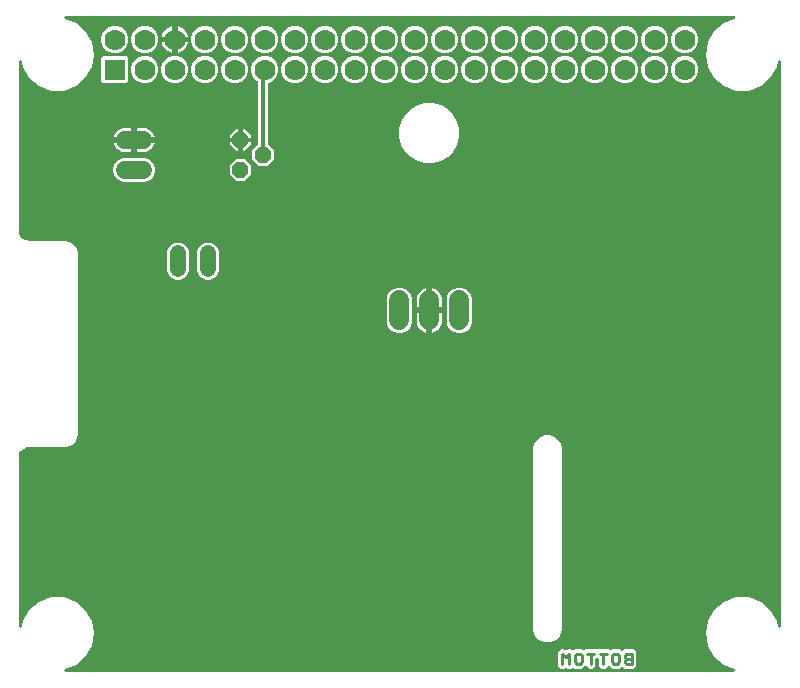
<source format=gbr>
G04 EAGLE Gerber RS-274X export*
G75*
%MOMM*%
%FSLAX34Y34*%
%LPD*%
%INBottom Copper*%
%IPPOS*%
%AMOC8*
5,1,8,0,0,1.08239X$1,22.5*%
G01*
%ADD10C,0.254000*%
%ADD11R,1.778000X1.778000*%
%ADD12C,1.778000*%
%ADD13C,1.508000*%
%ADD14P,1.429621X8X292.500000*%
%ADD15C,1.320800*%
%ADD16C,1.676400*%
%ADD17C,0.812800*%
%ADD18C,0.304800*%

G36*
X607873Y2553D02*
X607873Y2553D01*
X607970Y2556D01*
X608030Y2573D01*
X608092Y2581D01*
X608182Y2616D01*
X608276Y2643D01*
X608330Y2675D01*
X608387Y2698D01*
X608466Y2755D01*
X608550Y2804D01*
X608594Y2848D01*
X608645Y2884D01*
X608707Y2959D01*
X608776Y3028D01*
X608808Y3082D01*
X608848Y3129D01*
X608889Y3217D01*
X608939Y3301D01*
X608957Y3361D01*
X608983Y3417D01*
X609001Y3513D01*
X609029Y3606D01*
X609031Y3668D01*
X609043Y3729D01*
X609037Y3827D01*
X609040Y3924D01*
X609027Y3985D01*
X609023Y4047D01*
X608993Y4139D01*
X608972Y4235D01*
X608944Y4290D01*
X608925Y4349D01*
X608873Y4432D01*
X608829Y4519D01*
X608788Y4565D01*
X608755Y4618D01*
X608684Y4685D01*
X608620Y4758D01*
X608569Y4793D01*
X608523Y4836D01*
X608438Y4883D01*
X608358Y4938D01*
X608262Y4980D01*
X608245Y4990D01*
X608234Y4992D01*
X608210Y5003D01*
X599509Y8170D01*
X591267Y15086D01*
X585887Y24404D01*
X584019Y35000D01*
X585887Y45596D01*
X591267Y54914D01*
X599509Y61830D01*
X609620Y65510D01*
X620380Y65510D01*
X630491Y61830D01*
X638733Y54914D01*
X644113Y45596D01*
X644940Y40904D01*
X644954Y40858D01*
X644961Y40809D01*
X645001Y40706D01*
X645034Y40600D01*
X645060Y40559D01*
X645078Y40513D01*
X645143Y40424D01*
X645201Y40330D01*
X645236Y40296D01*
X645264Y40256D01*
X645350Y40185D01*
X645429Y40109D01*
X645472Y40084D01*
X645509Y40053D01*
X645609Y40006D01*
X645706Y39951D01*
X645753Y39939D01*
X645797Y39918D01*
X645906Y39897D01*
X646013Y39868D01*
X646062Y39867D01*
X646110Y39858D01*
X646220Y39865D01*
X646331Y39863D01*
X646378Y39875D01*
X646427Y39878D01*
X646532Y39912D01*
X646640Y39938D01*
X646683Y39961D01*
X646729Y39976D01*
X646823Y40035D01*
X646921Y40087D01*
X646957Y40120D01*
X646998Y40146D01*
X647074Y40227D01*
X647156Y40301D01*
X647183Y40342D01*
X647216Y40378D01*
X647269Y40474D01*
X647330Y40567D01*
X647346Y40613D01*
X647370Y40656D01*
X647397Y40763D01*
X647433Y40868D01*
X647437Y40917D01*
X647449Y40964D01*
X647459Y41125D01*
X647459Y518875D01*
X647453Y518924D01*
X647456Y518973D01*
X647433Y519081D01*
X647419Y519191D01*
X647401Y519236D01*
X647392Y519284D01*
X647343Y519384D01*
X647302Y519487D01*
X647274Y519526D01*
X647252Y519570D01*
X647181Y519654D01*
X647116Y519744D01*
X647078Y519775D01*
X647046Y519812D01*
X646956Y519876D01*
X646871Y519947D01*
X646826Y519968D01*
X646786Y519996D01*
X646683Y520035D01*
X646583Y520082D01*
X646535Y520091D01*
X646489Y520109D01*
X646379Y520121D01*
X646271Y520142D01*
X646222Y520139D01*
X646173Y520144D01*
X646064Y520129D01*
X645953Y520122D01*
X645907Y520107D01*
X645858Y520100D01*
X645756Y520058D01*
X645651Y520024D01*
X645609Y519998D01*
X645564Y519980D01*
X645476Y519913D01*
X645382Y519854D01*
X645348Y519818D01*
X645309Y519789D01*
X645240Y519703D01*
X645164Y519622D01*
X645140Y519580D01*
X645110Y519542D01*
X645064Y519441D01*
X645010Y519344D01*
X644998Y519297D01*
X644978Y519252D01*
X644940Y519096D01*
X644113Y514404D01*
X638733Y505086D01*
X630491Y498170D01*
X620380Y494490D01*
X609620Y494490D01*
X599509Y498170D01*
X591267Y505086D01*
X585887Y514404D01*
X584019Y525000D01*
X585887Y535596D01*
X591267Y544914D01*
X599509Y551830D01*
X608210Y554997D01*
X608297Y555042D01*
X608387Y555078D01*
X608438Y555114D01*
X608493Y555143D01*
X608566Y555207D01*
X608645Y555264D01*
X608685Y555312D01*
X608731Y555354D01*
X608785Y555434D01*
X608848Y555509D01*
X608874Y555566D01*
X608909Y555617D01*
X608942Y555709D01*
X608983Y555797D01*
X608995Y555858D01*
X609016Y555917D01*
X609025Y556014D01*
X609043Y556110D01*
X609039Y556172D01*
X609045Y556234D01*
X609029Y556330D01*
X609023Y556427D01*
X609004Y556486D01*
X608994Y556548D01*
X608955Y556637D01*
X608925Y556729D01*
X608892Y556782D01*
X608867Y556839D01*
X608807Y556916D01*
X608755Y556998D01*
X608710Y557041D01*
X608671Y557090D01*
X608594Y557149D01*
X608523Y557216D01*
X608469Y557246D01*
X608420Y557284D01*
X608330Y557323D01*
X608245Y557370D01*
X608185Y557385D01*
X608127Y557410D01*
X608031Y557425D01*
X607937Y557449D01*
X607833Y557456D01*
X607813Y557459D01*
X607802Y557458D01*
X607776Y557459D01*
X42224Y557459D01*
X42127Y557447D01*
X42030Y557444D01*
X41970Y557427D01*
X41908Y557419D01*
X41818Y557384D01*
X41724Y557357D01*
X41670Y557325D01*
X41613Y557302D01*
X41534Y557245D01*
X41450Y557196D01*
X41406Y557152D01*
X41355Y557116D01*
X41293Y557041D01*
X41224Y556972D01*
X41192Y556918D01*
X41152Y556871D01*
X41111Y556783D01*
X41061Y556699D01*
X41043Y556639D01*
X41017Y556583D01*
X40999Y556487D01*
X40971Y556394D01*
X40969Y556332D01*
X40957Y556271D01*
X40963Y556173D01*
X40960Y556076D01*
X40973Y556015D01*
X40977Y555953D01*
X41007Y555861D01*
X41028Y555765D01*
X41056Y555710D01*
X41075Y555651D01*
X41127Y555568D01*
X41171Y555481D01*
X41212Y555435D01*
X41245Y555382D01*
X41316Y555315D01*
X41380Y555242D01*
X41431Y555207D01*
X41477Y555164D01*
X41562Y555117D01*
X41642Y555062D01*
X41738Y555020D01*
X41755Y555010D01*
X41766Y555008D01*
X41790Y554997D01*
X50491Y551830D01*
X58733Y544914D01*
X64113Y535596D01*
X65981Y525000D01*
X64113Y514404D01*
X58733Y505086D01*
X50491Y498170D01*
X40380Y494490D01*
X29620Y494490D01*
X19509Y498170D01*
X11267Y505086D01*
X5887Y514404D01*
X5060Y519096D01*
X5046Y519142D01*
X5039Y519191D01*
X4999Y519294D01*
X4966Y519399D01*
X4940Y519441D01*
X4922Y519486D01*
X4857Y519576D01*
X4799Y519670D01*
X4764Y519704D01*
X4736Y519744D01*
X4650Y519815D01*
X4571Y519891D01*
X4528Y519915D01*
X4491Y519947D01*
X4390Y519994D01*
X4294Y520049D01*
X4247Y520061D01*
X4203Y520082D01*
X4094Y520103D01*
X3987Y520132D01*
X3938Y520133D01*
X3890Y520142D01*
X3780Y520135D01*
X3669Y520137D01*
X3622Y520125D01*
X3573Y520122D01*
X3468Y520088D01*
X3360Y520062D01*
X3317Y520039D01*
X3271Y520024D01*
X3177Y519965D01*
X3079Y519913D01*
X3043Y519880D01*
X3002Y519854D01*
X2926Y519773D01*
X2844Y519699D01*
X2817Y519658D01*
X2784Y519622D01*
X2731Y519526D01*
X2670Y519433D01*
X2654Y519387D01*
X2630Y519344D01*
X2603Y519237D01*
X2567Y519132D01*
X2563Y519083D01*
X2551Y519036D01*
X2541Y518875D01*
X2541Y375000D01*
X2543Y374980D01*
X2547Y374875D01*
X2666Y373668D01*
X2689Y373564D01*
X2704Y373459D01*
X2732Y373379D01*
X2736Y373358D01*
X2744Y373344D01*
X2756Y373307D01*
X3681Y371075D01*
X3685Y371067D01*
X3688Y371058D01*
X3764Y370928D01*
X3838Y370799D01*
X3845Y370792D01*
X3849Y370784D01*
X3956Y370664D01*
X5663Y368956D01*
X5671Y368950D01*
X5677Y368943D01*
X5796Y368853D01*
X5915Y368761D01*
X5923Y368757D01*
X5931Y368751D01*
X6075Y368681D01*
X8307Y367756D01*
X8409Y367728D01*
X8509Y367692D01*
X8592Y367678D01*
X8613Y367672D01*
X8629Y367672D01*
X8668Y367666D01*
X9876Y367547D01*
X9895Y367547D01*
X10000Y367541D01*
X42495Y367541D01*
X47104Y365632D01*
X50632Y362104D01*
X52541Y357495D01*
X52541Y202505D01*
X50632Y197896D01*
X47104Y194368D01*
X42495Y192459D01*
X10000Y192459D01*
X9980Y192457D01*
X9876Y192453D01*
X8668Y192334D01*
X8564Y192311D01*
X8459Y192296D01*
X8379Y192268D01*
X8358Y192264D01*
X8344Y192256D01*
X8307Y192244D01*
X6075Y191319D01*
X6067Y191315D01*
X6058Y191312D01*
X5928Y191236D01*
X5799Y191162D01*
X5792Y191155D01*
X5784Y191151D01*
X5664Y191044D01*
X3956Y189336D01*
X3950Y189329D01*
X3943Y189323D01*
X3853Y189204D01*
X3761Y189085D01*
X3757Y189077D01*
X3751Y189069D01*
X3681Y188925D01*
X2756Y186693D01*
X2728Y186591D01*
X2692Y186491D01*
X2678Y186408D01*
X2672Y186387D01*
X2672Y186371D01*
X2666Y186332D01*
X2547Y185124D01*
X2547Y185105D01*
X2541Y185000D01*
X2541Y41125D01*
X2547Y41076D01*
X2544Y41027D01*
X2567Y40919D01*
X2581Y40809D01*
X2599Y40764D01*
X2608Y40716D01*
X2657Y40616D01*
X2698Y40514D01*
X2726Y40474D01*
X2748Y40430D01*
X2819Y40346D01*
X2884Y40256D01*
X2922Y40225D01*
X2954Y40188D01*
X3044Y40124D01*
X3129Y40053D01*
X3174Y40033D01*
X3214Y40004D01*
X3317Y39965D01*
X3417Y39918D01*
X3465Y39909D01*
X3511Y39891D01*
X3621Y39879D01*
X3729Y39858D01*
X3778Y39861D01*
X3827Y39856D01*
X3936Y39871D01*
X4047Y39878D01*
X4093Y39893D01*
X4142Y39900D01*
X4244Y39942D01*
X4349Y39976D01*
X4391Y40002D01*
X4436Y40021D01*
X4524Y40087D01*
X4618Y40146D01*
X4652Y40182D01*
X4691Y40211D01*
X4760Y40297D01*
X4836Y40378D01*
X4860Y40420D01*
X4890Y40458D01*
X4936Y40559D01*
X4990Y40656D01*
X5002Y40703D01*
X5022Y40748D01*
X5060Y40904D01*
X5887Y45596D01*
X11267Y54914D01*
X19509Y61830D01*
X29620Y65510D01*
X40380Y65510D01*
X50491Y61830D01*
X58733Y54914D01*
X64113Y45596D01*
X65981Y35000D01*
X64113Y24404D01*
X58733Y15086D01*
X50491Y8170D01*
X41790Y5003D01*
X41703Y4958D01*
X41613Y4922D01*
X41562Y4886D01*
X41507Y4857D01*
X41434Y4793D01*
X41355Y4736D01*
X41316Y4688D01*
X41269Y4646D01*
X41215Y4566D01*
X41152Y4491D01*
X41126Y4434D01*
X41091Y4383D01*
X41058Y4291D01*
X41017Y4203D01*
X41005Y4142D01*
X40984Y4083D01*
X40975Y3986D01*
X40957Y3890D01*
X40961Y3828D01*
X40955Y3766D01*
X40971Y3670D01*
X40977Y3573D01*
X40996Y3514D01*
X41006Y3452D01*
X41045Y3363D01*
X41075Y3271D01*
X41108Y3218D01*
X41133Y3161D01*
X41193Y3084D01*
X41245Y3002D01*
X41290Y2959D01*
X41329Y2910D01*
X41406Y2851D01*
X41477Y2784D01*
X41531Y2754D01*
X41580Y2716D01*
X41670Y2677D01*
X41755Y2630D01*
X41815Y2615D01*
X41873Y2590D01*
X41969Y2575D01*
X42063Y2551D01*
X42167Y2544D01*
X42187Y2541D01*
X42198Y2542D01*
X42224Y2541D01*
X607776Y2541D01*
X607873Y2553D01*
G37*
%LPC*%
G36*
X447505Y27459D02*
X447505Y27459D01*
X442896Y29368D01*
X439368Y32896D01*
X437459Y37505D01*
X437459Y192495D01*
X439368Y197104D01*
X442896Y200632D01*
X447505Y202541D01*
X452495Y202541D01*
X457104Y200632D01*
X460632Y197104D01*
X462541Y192495D01*
X462541Y37505D01*
X460632Y32896D01*
X457104Y29368D01*
X452495Y27459D01*
X447505Y27459D01*
G37*
%LPD*%
%LPC*%
G36*
X346656Y432859D02*
X346656Y432859D01*
X340196Y434590D01*
X334404Y437934D01*
X329674Y442664D01*
X326330Y448456D01*
X324599Y454916D01*
X324599Y461604D01*
X326330Y468064D01*
X329674Y473856D01*
X334404Y478586D01*
X340196Y481930D01*
X346656Y483661D01*
X353344Y483661D01*
X359804Y481930D01*
X365596Y478586D01*
X370326Y473856D01*
X373670Y468064D01*
X375401Y461604D01*
X375401Y454916D01*
X373670Y448456D01*
X370326Y442664D01*
X365596Y437934D01*
X359804Y434590D01*
X353344Y432859D01*
X346656Y432859D01*
G37*
%LPD*%
%LPC*%
G36*
X205262Y430855D02*
X205262Y430855D01*
X199905Y436212D01*
X199905Y443788D01*
X204614Y448496D01*
X204674Y448574D01*
X204742Y448646D01*
X204771Y448699D01*
X204808Y448747D01*
X204848Y448838D01*
X204896Y448925D01*
X204911Y448984D01*
X204935Y449039D01*
X204950Y449137D01*
X204975Y449233D01*
X204981Y449333D01*
X204985Y449353D01*
X204983Y449366D01*
X204985Y449394D01*
X204985Y501447D01*
X204982Y501476D01*
X204984Y501505D01*
X204962Y501633D01*
X204945Y501762D01*
X204935Y501790D01*
X204929Y501819D01*
X204876Y501937D01*
X204828Y502058D01*
X204811Y502082D01*
X204799Y502109D01*
X204718Y502210D01*
X204642Y502315D01*
X204619Y502334D01*
X204600Y502357D01*
X204497Y502435D01*
X204397Y502518D01*
X204370Y502531D01*
X204346Y502548D01*
X204228Y502606D01*
X201009Y505825D01*
X199269Y510026D01*
X199269Y514574D01*
X201009Y518775D01*
X204225Y521991D01*
X208426Y523731D01*
X212974Y523731D01*
X217175Y521991D01*
X220391Y518775D01*
X222131Y514574D01*
X222131Y510026D01*
X220391Y505825D01*
X217175Y502609D01*
X213898Y501252D01*
X213873Y501238D01*
X213845Y501229D01*
X213812Y501208D01*
X213790Y501199D01*
X213734Y501159D01*
X213622Y501095D01*
X213601Y501074D01*
X213576Y501058D01*
X213487Y500964D01*
X213394Y500873D01*
X213378Y500848D01*
X213358Y500827D01*
X213295Y500713D01*
X213227Y500602D01*
X213219Y500574D01*
X213204Y500548D01*
X213172Y500422D01*
X213134Y500298D01*
X213132Y500269D01*
X213125Y500240D01*
X213115Y500080D01*
X213115Y449394D01*
X213127Y449295D01*
X213130Y449196D01*
X213147Y449138D01*
X213155Y449078D01*
X213191Y448986D01*
X213219Y448891D01*
X213249Y448839D01*
X213272Y448782D01*
X213330Y448702D01*
X213380Y448617D01*
X213446Y448542D01*
X213458Y448525D01*
X213468Y448517D01*
X213486Y448496D01*
X218195Y443788D01*
X218195Y436212D01*
X212838Y430855D01*
X205262Y430855D01*
G37*
%LPD*%
%LPC*%
G36*
X514065Y6205D02*
X514065Y6205D01*
X514065Y6206D01*
X513873Y6398D01*
X513779Y6471D01*
X513690Y6549D01*
X513654Y6568D01*
X513622Y6593D01*
X513513Y6640D01*
X513407Y6694D01*
X513367Y6703D01*
X513330Y6719D01*
X513213Y6738D01*
X513096Y6764D01*
X513056Y6762D01*
X513016Y6769D01*
X512898Y6758D01*
X512778Y6754D01*
X512740Y6743D01*
X512699Y6739D01*
X512587Y6699D01*
X512473Y6666D01*
X512438Y6645D01*
X512400Y6631D01*
X512302Y6565D01*
X512199Y6504D01*
X512154Y6464D01*
X512137Y6453D01*
X512123Y6438D01*
X512078Y6398D01*
X510775Y5094D01*
X506252Y5094D01*
X504652Y5094D01*
X503559Y6187D01*
X503558Y6188D01*
X503540Y6206D01*
X502607Y7139D01*
X502513Y7212D01*
X502424Y7291D01*
X502388Y7309D01*
X502356Y7334D01*
X502247Y7381D01*
X502141Y7435D01*
X502101Y7444D01*
X502064Y7460D01*
X501946Y7479D01*
X501830Y7505D01*
X501790Y7504D01*
X501750Y7510D01*
X501631Y7499D01*
X501512Y7495D01*
X501474Y7484D01*
X501433Y7480D01*
X501321Y7440D01*
X501207Y7407D01*
X501172Y7387D01*
X501134Y7373D01*
X501035Y7306D01*
X500933Y7246D01*
X500888Y7206D01*
X500871Y7194D01*
X500857Y7179D01*
X500812Y7139D01*
X498767Y5094D01*
X495610Y5094D01*
X493378Y7327D01*
X493378Y12733D01*
X493366Y12831D01*
X493363Y12930D01*
X493346Y12988D01*
X493338Y13048D01*
X493302Y13140D01*
X493274Y13235D01*
X493243Y13287D01*
X493221Y13344D01*
X493163Y13424D01*
X493113Y13509D01*
X493046Y13584D01*
X493034Y13601D01*
X493025Y13609D01*
X493006Y13630D01*
X492824Y13812D01*
X492730Y13885D01*
X492641Y13964D01*
X492605Y13982D01*
X492573Y14007D01*
X492463Y14055D01*
X492357Y14109D01*
X492318Y14118D01*
X492281Y14134D01*
X492163Y14152D01*
X492047Y14178D01*
X492007Y14177D01*
X491967Y14183D01*
X491849Y14172D01*
X491729Y14169D01*
X491690Y14157D01*
X491650Y14154D01*
X491538Y14113D01*
X491424Y14080D01*
X491389Y14060D01*
X491351Y14046D01*
X491252Y13979D01*
X491150Y13919D01*
X491105Y13879D01*
X491088Y13868D01*
X491074Y13852D01*
X491029Y13812D01*
X490847Y13630D01*
X490786Y13552D01*
X490718Y13480D01*
X490689Y13427D01*
X490652Y13379D01*
X490612Y13288D01*
X490565Y13201D01*
X490549Y13143D01*
X490525Y13087D01*
X490510Y12989D01*
X490485Y12893D01*
X490479Y12793D01*
X490476Y12773D01*
X490477Y12761D01*
X490475Y12733D01*
X490475Y7327D01*
X488243Y5094D01*
X485086Y5094D01*
X483041Y7139D01*
X482947Y7212D01*
X482858Y7291D01*
X482822Y7309D01*
X482790Y7334D01*
X482680Y7381D01*
X482574Y7436D01*
X482535Y7444D01*
X482498Y7460D01*
X482380Y7479D01*
X482264Y7505D01*
X482224Y7504D01*
X482184Y7510D01*
X482065Y7499D01*
X481946Y7496D01*
X481907Y7484D01*
X481867Y7480D01*
X481755Y7440D01*
X481641Y7407D01*
X481606Y7387D01*
X481568Y7373D01*
X481469Y7306D01*
X481367Y7246D01*
X481321Y7206D01*
X481305Y7194D01*
X481291Y7179D01*
X481246Y7139D01*
X479201Y5094D01*
X474678Y5094D01*
X473078Y5094D01*
X472516Y5656D01*
X472422Y5729D01*
X472333Y5808D01*
X472297Y5826D01*
X472265Y5851D01*
X472156Y5898D01*
X472050Y5953D01*
X472010Y5961D01*
X471973Y5978D01*
X471855Y5996D01*
X471739Y6022D01*
X471699Y6021D01*
X471659Y6027D01*
X471540Y6016D01*
X471422Y6013D01*
X471383Y6001D01*
X471342Y5998D01*
X471230Y5957D01*
X471116Y5924D01*
X471081Y5904D01*
X471043Y5890D01*
X470945Y5823D01*
X470842Y5763D01*
X470797Y5723D01*
X470780Y5711D01*
X470767Y5696D01*
X470721Y5656D01*
X470159Y5094D01*
X467002Y5094D01*
X466512Y5584D01*
X466418Y5657D01*
X466329Y5736D01*
X466293Y5754D01*
X466261Y5779D01*
X466152Y5826D01*
X466046Y5881D01*
X466007Y5889D01*
X465969Y5905D01*
X465851Y5924D01*
X465736Y5950D01*
X465695Y5949D01*
X465655Y5955D01*
X465537Y5944D01*
X465418Y5941D01*
X465379Y5929D01*
X465339Y5926D01*
X465227Y5885D01*
X465112Y5852D01*
X465077Y5832D01*
X465039Y5818D01*
X464941Y5751D01*
X464838Y5691D01*
X464793Y5651D01*
X464776Y5639D01*
X464763Y5624D01*
X464717Y5584D01*
X464228Y5094D01*
X461071Y5094D01*
X458838Y7327D01*
X458838Y19381D01*
X461071Y21613D01*
X464228Y21613D01*
X464717Y21123D01*
X464812Y21050D01*
X464901Y20972D01*
X464937Y20953D01*
X464969Y20928D01*
X465078Y20881D01*
X465184Y20827D01*
X465223Y20818D01*
X465261Y20802D01*
X465378Y20783D01*
X465494Y20757D01*
X465535Y20759D01*
X465575Y20752D01*
X465693Y20763D01*
X465812Y20767D01*
X465851Y20778D01*
X465891Y20782D01*
X466003Y20822D01*
X466118Y20855D01*
X466153Y20876D01*
X466191Y20890D01*
X466289Y20957D01*
X466392Y21017D01*
X466437Y21057D01*
X466454Y21068D01*
X466467Y21084D01*
X466512Y21123D01*
X467002Y21613D01*
X470159Y21613D01*
X470721Y21051D01*
X470815Y20978D01*
X470905Y20900D01*
X470941Y20881D01*
X470973Y20856D01*
X471082Y20809D01*
X471188Y20755D01*
X471227Y20746D01*
X471264Y20730D01*
X471382Y20711D01*
X471498Y20685D01*
X471538Y20687D01*
X471578Y20680D01*
X471697Y20691D01*
X471816Y20695D01*
X471855Y20706D01*
X471895Y20710D01*
X472007Y20750D01*
X472121Y20783D01*
X472156Y20804D01*
X472194Y20818D01*
X472293Y20884D01*
X472395Y20945D01*
X472441Y20985D01*
X472457Y20996D01*
X472471Y21012D01*
X472516Y21051D01*
X473078Y21613D01*
X475518Y21613D01*
X475519Y21613D01*
X477644Y21613D01*
X479201Y21613D01*
X479763Y21051D01*
X479857Y20979D01*
X479946Y20900D01*
X479982Y20881D01*
X480014Y20856D01*
X480123Y20809D01*
X480229Y20755D01*
X480269Y20746D01*
X480306Y20730D01*
X480424Y20711D01*
X480540Y20685D01*
X480580Y20687D01*
X480620Y20680D01*
X480739Y20691D01*
X480858Y20695D01*
X480896Y20706D01*
X480937Y20710D01*
X481049Y20750D01*
X481163Y20783D01*
X481198Y20804D01*
X481236Y20818D01*
X481334Y20885D01*
X481437Y20945D01*
X481482Y20985D01*
X481499Y20996D01*
X481513Y21012D01*
X481558Y21051D01*
X482120Y21613D01*
X491260Y21613D01*
X491280Y21598D01*
X491390Y21551D01*
X491496Y21496D01*
X491535Y21488D01*
X491572Y21472D01*
X491690Y21453D01*
X491806Y21427D01*
X491846Y21428D01*
X491886Y21422D01*
X492005Y21433D01*
X492124Y21437D01*
X492163Y21448D01*
X492203Y21452D01*
X492315Y21492D01*
X492429Y21525D01*
X492464Y21545D01*
X492502Y21559D01*
X492582Y21613D01*
X501733Y21613D01*
X502295Y21051D01*
X502389Y20978D01*
X502478Y20900D01*
X502514Y20881D01*
X502546Y20856D01*
X502656Y20809D01*
X502762Y20755D01*
X502801Y20746D01*
X502838Y20730D01*
X502956Y20711D01*
X503072Y20685D01*
X503112Y20687D01*
X503152Y20680D01*
X503271Y20691D01*
X503390Y20695D01*
X503429Y20706D01*
X503469Y20710D01*
X503581Y20750D01*
X503695Y20783D01*
X503730Y20804D01*
X503768Y20818D01*
X503867Y20884D01*
X503969Y20945D01*
X504014Y20985D01*
X504031Y20996D01*
X504045Y21012D01*
X504090Y21051D01*
X504652Y21613D01*
X507092Y21613D01*
X509218Y21613D01*
X510775Y21613D01*
X511911Y20477D01*
X512078Y20310D01*
X512172Y20237D01*
X512262Y20158D01*
X512298Y20140D01*
X512329Y20115D01*
X512439Y20068D01*
X512545Y20014D01*
X512584Y20005D01*
X512621Y19989D01*
X512739Y19970D01*
X512855Y19944D01*
X512895Y19945D01*
X512935Y19939D01*
X513054Y19950D01*
X513173Y19954D01*
X513212Y19965D01*
X513252Y19969D01*
X513364Y20009D01*
X513478Y20042D01*
X513513Y20063D01*
X513551Y20076D01*
X513650Y20143D01*
X513752Y20204D01*
X513798Y20243D01*
X513814Y20255D01*
X513828Y20270D01*
X513873Y20310D01*
X514065Y20502D01*
X515177Y21613D01*
X522782Y21613D01*
X525015Y19381D01*
X525015Y7327D01*
X522782Y5094D01*
X516733Y5094D01*
X515177Y5094D01*
X514065Y6205D01*
G37*
%LPD*%
%LPC*%
G36*
X373227Y289095D02*
X373227Y289095D01*
X369213Y290758D01*
X366140Y293831D01*
X364477Y297845D01*
X364477Y318955D01*
X366140Y322969D01*
X369213Y326042D01*
X373227Y327705D01*
X377573Y327705D01*
X381587Y326042D01*
X384660Y322969D01*
X386323Y318955D01*
X386323Y297845D01*
X384660Y293831D01*
X381587Y290758D01*
X377573Y289095D01*
X373227Y289095D01*
G37*
%LPD*%
%LPC*%
G36*
X322427Y289095D02*
X322427Y289095D01*
X318413Y290758D01*
X315340Y293831D01*
X313677Y297845D01*
X313677Y318955D01*
X315340Y322969D01*
X318413Y326042D01*
X322427Y327705D01*
X326773Y327705D01*
X330787Y326042D01*
X333860Y322969D01*
X335523Y318955D01*
X335523Y297845D01*
X333860Y293831D01*
X330787Y290758D01*
X326773Y289095D01*
X322427Y289095D01*
G37*
%LPD*%
%LPC*%
G36*
X90455Y417219D02*
X90455Y417219D01*
X86750Y418754D01*
X83914Y421590D01*
X82379Y425295D01*
X82379Y429305D01*
X83914Y433010D01*
X86750Y435846D01*
X90455Y437381D01*
X109545Y437381D01*
X113250Y435846D01*
X116086Y433010D01*
X117621Y429305D01*
X117621Y425295D01*
X116086Y421590D01*
X113250Y418754D01*
X109545Y417219D01*
X90455Y417219D01*
G37*
%LPD*%
%LPC*%
G36*
X73758Y500869D02*
X73758Y500869D01*
X72269Y502358D01*
X72269Y522242D01*
X73758Y523731D01*
X93642Y523731D01*
X95131Y522242D01*
X95131Y502358D01*
X93642Y500869D01*
X73758Y500869D01*
G37*
%LPD*%
%LPC*%
G36*
X160881Y334251D02*
X160881Y334251D01*
X157520Y335643D01*
X154947Y338216D01*
X153555Y341577D01*
X153555Y358423D01*
X154947Y361784D01*
X157520Y364357D01*
X160881Y365749D01*
X164519Y365749D01*
X167880Y364357D01*
X170453Y361784D01*
X171845Y358423D01*
X171845Y341577D01*
X170453Y338216D01*
X167880Y335643D01*
X164519Y334251D01*
X160881Y334251D01*
G37*
%LPD*%
%LPC*%
G36*
X135481Y334251D02*
X135481Y334251D01*
X132120Y335643D01*
X129547Y338216D01*
X128155Y341577D01*
X128155Y358423D01*
X129547Y361784D01*
X132120Y364357D01*
X135481Y365749D01*
X139119Y365749D01*
X142480Y364357D01*
X145053Y361784D01*
X146445Y358423D01*
X146445Y341577D01*
X145053Y338216D01*
X142480Y335643D01*
X139119Y334251D01*
X135481Y334251D01*
G37*
%LPD*%
%LPC*%
G36*
X310026Y526269D02*
X310026Y526269D01*
X305825Y528009D01*
X302609Y531225D01*
X300869Y535426D01*
X300869Y539974D01*
X302609Y544175D01*
X305825Y547391D01*
X310026Y549131D01*
X314574Y549131D01*
X318775Y547391D01*
X321991Y544175D01*
X323731Y539974D01*
X323731Y535426D01*
X321991Y531225D01*
X318775Y528009D01*
X314574Y526269D01*
X310026Y526269D01*
G37*
%LPD*%
%LPC*%
G36*
X284626Y526269D02*
X284626Y526269D01*
X280425Y528009D01*
X277209Y531225D01*
X275469Y535426D01*
X275469Y539974D01*
X277209Y544175D01*
X280425Y547391D01*
X284626Y549131D01*
X289174Y549131D01*
X293375Y547391D01*
X296591Y544175D01*
X298331Y539974D01*
X298331Y535426D01*
X296591Y531225D01*
X293375Y528009D01*
X289174Y526269D01*
X284626Y526269D01*
G37*
%LPD*%
%LPC*%
G36*
X233826Y526269D02*
X233826Y526269D01*
X229625Y528009D01*
X226409Y531225D01*
X224669Y535426D01*
X224669Y539974D01*
X226409Y544175D01*
X229625Y547391D01*
X233826Y549131D01*
X238374Y549131D01*
X242575Y547391D01*
X245791Y544175D01*
X247531Y539974D01*
X247531Y535426D01*
X245791Y531225D01*
X242575Y528009D01*
X238374Y526269D01*
X233826Y526269D01*
G37*
%LPD*%
%LPC*%
G36*
X208426Y526269D02*
X208426Y526269D01*
X204225Y528009D01*
X201009Y531225D01*
X199269Y535426D01*
X199269Y539974D01*
X201009Y544175D01*
X204225Y547391D01*
X208426Y549131D01*
X212974Y549131D01*
X217175Y547391D01*
X220391Y544175D01*
X222131Y539974D01*
X222131Y535426D01*
X220391Y531225D01*
X217175Y528009D01*
X212974Y526269D01*
X208426Y526269D01*
G37*
%LPD*%
%LPC*%
G36*
X183026Y526269D02*
X183026Y526269D01*
X178825Y528009D01*
X175609Y531225D01*
X173869Y535426D01*
X173869Y539974D01*
X175609Y544175D01*
X178825Y547391D01*
X183026Y549131D01*
X187574Y549131D01*
X191775Y547391D01*
X194991Y544175D01*
X196731Y539974D01*
X196731Y535426D01*
X194991Y531225D01*
X191775Y528009D01*
X187574Y526269D01*
X183026Y526269D01*
G37*
%LPD*%
%LPC*%
G36*
X157626Y526269D02*
X157626Y526269D01*
X153425Y528009D01*
X150209Y531225D01*
X148469Y535426D01*
X148469Y539974D01*
X150209Y544175D01*
X153425Y547391D01*
X157626Y549131D01*
X162174Y549131D01*
X166375Y547391D01*
X169591Y544175D01*
X171331Y539974D01*
X171331Y535426D01*
X169591Y531225D01*
X166375Y528009D01*
X162174Y526269D01*
X157626Y526269D01*
G37*
%LPD*%
%LPC*%
G36*
X106826Y526269D02*
X106826Y526269D01*
X102625Y528009D01*
X99409Y531225D01*
X97669Y535426D01*
X97669Y539974D01*
X99409Y544175D01*
X102625Y547391D01*
X106826Y549131D01*
X111374Y549131D01*
X115575Y547391D01*
X118791Y544175D01*
X120531Y539974D01*
X120531Y535426D01*
X118791Y531225D01*
X115575Y528009D01*
X111374Y526269D01*
X106826Y526269D01*
G37*
%LPD*%
%LPC*%
G36*
X81426Y526269D02*
X81426Y526269D01*
X77225Y528009D01*
X74009Y531225D01*
X72269Y535426D01*
X72269Y539974D01*
X74009Y544175D01*
X77225Y547391D01*
X81426Y549131D01*
X85974Y549131D01*
X90175Y547391D01*
X93391Y544175D01*
X95131Y539974D01*
X95131Y535426D01*
X93391Y531225D01*
X90175Y528009D01*
X85974Y526269D01*
X81426Y526269D01*
G37*
%LPD*%
%LPC*%
G36*
X259226Y526269D02*
X259226Y526269D01*
X255025Y528009D01*
X251809Y531225D01*
X250069Y535426D01*
X250069Y539974D01*
X251809Y544175D01*
X255025Y547391D01*
X259226Y549131D01*
X263774Y549131D01*
X267975Y547391D01*
X271191Y544175D01*
X272931Y539974D01*
X272931Y535426D01*
X271191Y531225D01*
X267975Y528009D01*
X263774Y526269D01*
X259226Y526269D01*
G37*
%LPD*%
%LPC*%
G36*
X538626Y526269D02*
X538626Y526269D01*
X534425Y528009D01*
X531209Y531225D01*
X529469Y535426D01*
X529469Y539974D01*
X531209Y544175D01*
X534425Y547391D01*
X538626Y549131D01*
X543174Y549131D01*
X547375Y547391D01*
X550591Y544175D01*
X552331Y539974D01*
X552331Y535426D01*
X550591Y531225D01*
X547375Y528009D01*
X543174Y526269D01*
X538626Y526269D01*
G37*
%LPD*%
%LPC*%
G36*
X513226Y526269D02*
X513226Y526269D01*
X509025Y528009D01*
X505809Y531225D01*
X504069Y535426D01*
X504069Y539974D01*
X505809Y544175D01*
X509025Y547391D01*
X513226Y549131D01*
X517774Y549131D01*
X521975Y547391D01*
X525191Y544175D01*
X526931Y539974D01*
X526931Y535426D01*
X525191Y531225D01*
X521975Y528009D01*
X517774Y526269D01*
X513226Y526269D01*
G37*
%LPD*%
%LPC*%
G36*
X487826Y526269D02*
X487826Y526269D01*
X483625Y528009D01*
X480409Y531225D01*
X478669Y535426D01*
X478669Y539974D01*
X480409Y544175D01*
X483625Y547391D01*
X487826Y549131D01*
X492374Y549131D01*
X496575Y547391D01*
X499791Y544175D01*
X501531Y539974D01*
X501531Y535426D01*
X499791Y531225D01*
X496575Y528009D01*
X492374Y526269D01*
X487826Y526269D01*
G37*
%LPD*%
%LPC*%
G36*
X462426Y526269D02*
X462426Y526269D01*
X458225Y528009D01*
X455009Y531225D01*
X453269Y535426D01*
X453269Y539974D01*
X455009Y544175D01*
X458225Y547391D01*
X462426Y549131D01*
X466974Y549131D01*
X471175Y547391D01*
X474391Y544175D01*
X476131Y539974D01*
X476131Y535426D01*
X474391Y531225D01*
X471175Y528009D01*
X466974Y526269D01*
X462426Y526269D01*
G37*
%LPD*%
%LPC*%
G36*
X564026Y500869D02*
X564026Y500869D01*
X559825Y502609D01*
X556609Y505825D01*
X554869Y510026D01*
X554869Y514574D01*
X556609Y518775D01*
X559825Y521991D01*
X564026Y523731D01*
X568574Y523731D01*
X572775Y521991D01*
X575991Y518775D01*
X577731Y514574D01*
X577731Y510026D01*
X575991Y505825D01*
X572775Y502609D01*
X568574Y500869D01*
X564026Y500869D01*
G37*
%LPD*%
%LPC*%
G36*
X538626Y500869D02*
X538626Y500869D01*
X534425Y502609D01*
X531209Y505825D01*
X529469Y510026D01*
X529469Y514574D01*
X531209Y518775D01*
X534425Y521991D01*
X538626Y523731D01*
X543174Y523731D01*
X547375Y521991D01*
X550591Y518775D01*
X552331Y514574D01*
X552331Y510026D01*
X550591Y505825D01*
X547375Y502609D01*
X543174Y500869D01*
X538626Y500869D01*
G37*
%LPD*%
%LPC*%
G36*
X513226Y500869D02*
X513226Y500869D01*
X509025Y502609D01*
X505809Y505825D01*
X504069Y510026D01*
X504069Y514574D01*
X505809Y518775D01*
X509025Y521991D01*
X513226Y523731D01*
X517774Y523731D01*
X521975Y521991D01*
X525191Y518775D01*
X526931Y514574D01*
X526931Y510026D01*
X525191Y505825D01*
X521975Y502609D01*
X517774Y500869D01*
X513226Y500869D01*
G37*
%LPD*%
%LPC*%
G36*
X487826Y500869D02*
X487826Y500869D01*
X483625Y502609D01*
X480409Y505825D01*
X478669Y510026D01*
X478669Y514574D01*
X480409Y518775D01*
X483625Y521991D01*
X487826Y523731D01*
X492374Y523731D01*
X496575Y521991D01*
X499791Y518775D01*
X501531Y514574D01*
X501531Y510026D01*
X499791Y505825D01*
X496575Y502609D01*
X492374Y500869D01*
X487826Y500869D01*
G37*
%LPD*%
%LPC*%
G36*
X462426Y500869D02*
X462426Y500869D01*
X458225Y502609D01*
X455009Y505825D01*
X453269Y510026D01*
X453269Y514574D01*
X455009Y518775D01*
X458225Y521991D01*
X462426Y523731D01*
X466974Y523731D01*
X471175Y521991D01*
X474391Y518775D01*
X476131Y514574D01*
X476131Y510026D01*
X474391Y505825D01*
X471175Y502609D01*
X466974Y500869D01*
X462426Y500869D01*
G37*
%LPD*%
%LPC*%
G36*
X437026Y500869D02*
X437026Y500869D01*
X432825Y502609D01*
X429609Y505825D01*
X427869Y510026D01*
X427869Y514574D01*
X429609Y518775D01*
X432825Y521991D01*
X437026Y523731D01*
X441574Y523731D01*
X445775Y521991D01*
X448991Y518775D01*
X450731Y514574D01*
X450731Y510026D01*
X448991Y505825D01*
X445775Y502609D01*
X441574Y500869D01*
X437026Y500869D01*
G37*
%LPD*%
%LPC*%
G36*
X411626Y500869D02*
X411626Y500869D01*
X407425Y502609D01*
X404209Y505825D01*
X402469Y510026D01*
X402469Y514574D01*
X404209Y518775D01*
X407425Y521991D01*
X411626Y523731D01*
X416174Y523731D01*
X420375Y521991D01*
X423591Y518775D01*
X425331Y514574D01*
X425331Y510026D01*
X423591Y505825D01*
X420375Y502609D01*
X416174Y500869D01*
X411626Y500869D01*
G37*
%LPD*%
%LPC*%
G36*
X386226Y500869D02*
X386226Y500869D01*
X382025Y502609D01*
X378809Y505825D01*
X377069Y510026D01*
X377069Y514574D01*
X378809Y518775D01*
X382025Y521991D01*
X386226Y523731D01*
X390774Y523731D01*
X394975Y521991D01*
X398191Y518775D01*
X399931Y514574D01*
X399931Y510026D01*
X398191Y505825D01*
X394975Y502609D01*
X390774Y500869D01*
X386226Y500869D01*
G37*
%LPD*%
%LPC*%
G36*
X360826Y500869D02*
X360826Y500869D01*
X356625Y502609D01*
X353409Y505825D01*
X351669Y510026D01*
X351669Y514574D01*
X353409Y518775D01*
X356625Y521991D01*
X360826Y523731D01*
X365374Y523731D01*
X369575Y521991D01*
X372791Y518775D01*
X374531Y514574D01*
X374531Y510026D01*
X372791Y505825D01*
X369575Y502609D01*
X365374Y500869D01*
X360826Y500869D01*
G37*
%LPD*%
%LPC*%
G36*
X437026Y526269D02*
X437026Y526269D01*
X432825Y528009D01*
X429609Y531225D01*
X427869Y535426D01*
X427869Y539974D01*
X429609Y544175D01*
X432825Y547391D01*
X437026Y549131D01*
X441574Y549131D01*
X445775Y547391D01*
X448991Y544175D01*
X450731Y539974D01*
X450731Y535426D01*
X448991Y531225D01*
X445775Y528009D01*
X441574Y526269D01*
X437026Y526269D01*
G37*
%LPD*%
%LPC*%
G36*
X310026Y500869D02*
X310026Y500869D01*
X305825Y502609D01*
X302609Y505825D01*
X300869Y510026D01*
X300869Y514574D01*
X302609Y518775D01*
X305825Y521991D01*
X310026Y523731D01*
X314574Y523731D01*
X318775Y521991D01*
X321991Y518775D01*
X323731Y514574D01*
X323731Y510026D01*
X321991Y505825D01*
X318775Y502609D01*
X314574Y500869D01*
X310026Y500869D01*
G37*
%LPD*%
%LPC*%
G36*
X284626Y500869D02*
X284626Y500869D01*
X280425Y502609D01*
X277209Y505825D01*
X275469Y510026D01*
X275469Y514574D01*
X277209Y518775D01*
X280425Y521991D01*
X284626Y523731D01*
X289174Y523731D01*
X293375Y521991D01*
X296591Y518775D01*
X298331Y514574D01*
X298331Y510026D01*
X296591Y505825D01*
X293375Y502609D01*
X289174Y500869D01*
X284626Y500869D01*
G37*
%LPD*%
%LPC*%
G36*
X259226Y500869D02*
X259226Y500869D01*
X255025Y502609D01*
X251809Y505825D01*
X250069Y510026D01*
X250069Y514574D01*
X251809Y518775D01*
X255025Y521991D01*
X259226Y523731D01*
X263774Y523731D01*
X267975Y521991D01*
X271191Y518775D01*
X272931Y514574D01*
X272931Y510026D01*
X271191Y505825D01*
X267975Y502609D01*
X263774Y500869D01*
X259226Y500869D01*
G37*
%LPD*%
%LPC*%
G36*
X233826Y500869D02*
X233826Y500869D01*
X229625Y502609D01*
X226409Y505825D01*
X224669Y510026D01*
X224669Y514574D01*
X226409Y518775D01*
X229625Y521991D01*
X233826Y523731D01*
X238374Y523731D01*
X242575Y521991D01*
X245791Y518775D01*
X247531Y514574D01*
X247531Y510026D01*
X245791Y505825D01*
X242575Y502609D01*
X238374Y500869D01*
X233826Y500869D01*
G37*
%LPD*%
%LPC*%
G36*
X183026Y500869D02*
X183026Y500869D01*
X178825Y502609D01*
X175609Y505825D01*
X173869Y510026D01*
X173869Y514574D01*
X175609Y518775D01*
X178825Y521991D01*
X183026Y523731D01*
X187574Y523731D01*
X191775Y521991D01*
X194991Y518775D01*
X196731Y514574D01*
X196731Y510026D01*
X194991Y505825D01*
X191775Y502609D01*
X187574Y500869D01*
X183026Y500869D01*
G37*
%LPD*%
%LPC*%
G36*
X157626Y500869D02*
X157626Y500869D01*
X153425Y502609D01*
X150209Y505825D01*
X148469Y510026D01*
X148469Y514574D01*
X150209Y518775D01*
X153425Y521991D01*
X157626Y523731D01*
X162174Y523731D01*
X166375Y521991D01*
X169591Y518775D01*
X171331Y514574D01*
X171331Y510026D01*
X169591Y505825D01*
X166375Y502609D01*
X162174Y500869D01*
X157626Y500869D01*
G37*
%LPD*%
%LPC*%
G36*
X132226Y500869D02*
X132226Y500869D01*
X128025Y502609D01*
X124809Y505825D01*
X123069Y510026D01*
X123069Y514574D01*
X124809Y518775D01*
X128025Y521991D01*
X132226Y523731D01*
X136774Y523731D01*
X140975Y521991D01*
X144191Y518775D01*
X145931Y514574D01*
X145931Y510026D01*
X144191Y505825D01*
X140975Y502609D01*
X136774Y500869D01*
X132226Y500869D01*
G37*
%LPD*%
%LPC*%
G36*
X106826Y500869D02*
X106826Y500869D01*
X102625Y502609D01*
X99409Y505825D01*
X97669Y510026D01*
X97669Y514574D01*
X99409Y518775D01*
X102625Y521991D01*
X106826Y523731D01*
X111374Y523731D01*
X115575Y521991D01*
X118791Y518775D01*
X120531Y514574D01*
X120531Y510026D01*
X118791Y505825D01*
X115575Y502609D01*
X111374Y500869D01*
X106826Y500869D01*
G37*
%LPD*%
%LPC*%
G36*
X564026Y526269D02*
X564026Y526269D01*
X559825Y528009D01*
X556609Y531225D01*
X554869Y535426D01*
X554869Y539974D01*
X556609Y544175D01*
X559825Y547391D01*
X564026Y549131D01*
X568574Y549131D01*
X572775Y547391D01*
X575991Y544175D01*
X577731Y539974D01*
X577731Y535426D01*
X575991Y531225D01*
X572775Y528009D01*
X568574Y526269D01*
X564026Y526269D01*
G37*
%LPD*%
%LPC*%
G36*
X411626Y526269D02*
X411626Y526269D01*
X407425Y528009D01*
X404209Y531225D01*
X402469Y535426D01*
X402469Y539974D01*
X404209Y544175D01*
X407425Y547391D01*
X411626Y549131D01*
X416174Y549131D01*
X420375Y547391D01*
X423591Y544175D01*
X425331Y539974D01*
X425331Y535426D01*
X423591Y531225D01*
X420375Y528009D01*
X416174Y526269D01*
X411626Y526269D01*
G37*
%LPD*%
%LPC*%
G36*
X386226Y526269D02*
X386226Y526269D01*
X382025Y528009D01*
X378809Y531225D01*
X377069Y535426D01*
X377069Y539974D01*
X378809Y544175D01*
X382025Y547391D01*
X386226Y549131D01*
X390774Y549131D01*
X394975Y547391D01*
X398191Y544175D01*
X399931Y539974D01*
X399931Y535426D01*
X398191Y531225D01*
X394975Y528009D01*
X390774Y526269D01*
X386226Y526269D01*
G37*
%LPD*%
%LPC*%
G36*
X335426Y500869D02*
X335426Y500869D01*
X331225Y502609D01*
X328009Y505825D01*
X326269Y510026D01*
X326269Y514574D01*
X328009Y518775D01*
X331225Y521991D01*
X335426Y523731D01*
X339974Y523731D01*
X344175Y521991D01*
X347391Y518775D01*
X349131Y514574D01*
X349131Y510026D01*
X347391Y505825D01*
X344175Y502609D01*
X339974Y500869D01*
X335426Y500869D01*
G37*
%LPD*%
%LPC*%
G36*
X360826Y526269D02*
X360826Y526269D01*
X356625Y528009D01*
X353409Y531225D01*
X351669Y535426D01*
X351669Y539974D01*
X353409Y544175D01*
X356625Y547391D01*
X360826Y549131D01*
X365374Y549131D01*
X369575Y547391D01*
X372791Y544175D01*
X374531Y539974D01*
X374531Y535426D01*
X372791Y531225D01*
X369575Y528009D01*
X365374Y526269D01*
X360826Y526269D01*
G37*
%LPD*%
%LPC*%
G36*
X335426Y526269D02*
X335426Y526269D01*
X331225Y528009D01*
X328009Y531225D01*
X326269Y535426D01*
X326269Y539974D01*
X328009Y544175D01*
X331225Y547391D01*
X335426Y549131D01*
X339974Y549131D01*
X344175Y547391D01*
X347391Y544175D01*
X349131Y539974D01*
X349131Y535426D01*
X347391Y531225D01*
X344175Y528009D01*
X339974Y526269D01*
X335426Y526269D01*
G37*
%LPD*%
%LPC*%
G36*
X186212Y418155D02*
X186212Y418155D01*
X180855Y423512D01*
X180855Y431088D01*
X186212Y436445D01*
X193788Y436445D01*
X199145Y431088D01*
X199145Y423512D01*
X193788Y418155D01*
X186212Y418155D01*
G37*
%LPD*%
%LPC*%
G36*
X352539Y310939D02*
X352539Y310939D01*
X352539Y327439D01*
X352558Y327436D01*
X354193Y326905D01*
X355725Y326124D01*
X357116Y325113D01*
X358331Y323898D01*
X359342Y322507D01*
X360123Y320975D01*
X360654Y319340D01*
X360923Y317642D01*
X360923Y310939D01*
X352539Y310939D01*
G37*
%LPD*%
%LPC*%
G36*
X352539Y305861D02*
X352539Y305861D01*
X360923Y305861D01*
X360923Y299158D01*
X360654Y297460D01*
X360123Y295825D01*
X359342Y294293D01*
X358331Y292902D01*
X357116Y291687D01*
X355725Y290676D01*
X354193Y289895D01*
X352558Y289364D01*
X352539Y289361D01*
X352539Y305861D01*
G37*
%LPD*%
%LPC*%
G36*
X339077Y310939D02*
X339077Y310939D01*
X339077Y317642D01*
X339346Y319340D01*
X339877Y320975D01*
X340658Y322507D01*
X341669Y323898D01*
X342884Y325113D01*
X344275Y326124D01*
X345807Y326905D01*
X347442Y327436D01*
X347461Y327439D01*
X347461Y310939D01*
X339077Y310939D01*
G37*
%LPD*%
%LPC*%
G36*
X347442Y289364D02*
X347442Y289364D01*
X345807Y289895D01*
X344275Y290676D01*
X342884Y291687D01*
X341669Y292902D01*
X340658Y294293D01*
X339877Y295825D01*
X339346Y297460D01*
X339077Y299158D01*
X339077Y305861D01*
X347461Y305861D01*
X347461Y289361D01*
X347442Y289364D01*
G37*
%LPD*%
%LPC*%
G36*
X102499Y455199D02*
X102499Y455199D01*
X102499Y462781D01*
X108333Y462781D01*
X109901Y462533D01*
X111410Y462042D01*
X112823Y461322D01*
X114107Y460389D01*
X115229Y459267D01*
X116162Y457983D01*
X116882Y456570D01*
X117327Y455199D01*
X102499Y455199D01*
G37*
%LPD*%
%LPC*%
G36*
X82673Y455199D02*
X82673Y455199D01*
X83118Y456570D01*
X83838Y457983D01*
X84771Y459267D01*
X85893Y460389D01*
X87177Y461322D01*
X88590Y462042D01*
X90099Y462533D01*
X91667Y462781D01*
X97501Y462781D01*
X97501Y455199D01*
X82673Y455199D01*
G37*
%LPD*%
%LPC*%
G36*
X102499Y442619D02*
X102499Y442619D01*
X102499Y450201D01*
X117327Y450201D01*
X116882Y448830D01*
X116162Y447417D01*
X115229Y446133D01*
X114107Y445011D01*
X112823Y444078D01*
X111410Y443358D01*
X109901Y442867D01*
X108333Y442619D01*
X102499Y442619D01*
G37*
%LPD*%
%LPC*%
G36*
X91667Y442619D02*
X91667Y442619D01*
X90099Y442867D01*
X88590Y443358D01*
X87177Y444078D01*
X85893Y445011D01*
X84771Y446133D01*
X83838Y447417D01*
X83118Y448830D01*
X82673Y450201D01*
X97501Y450201D01*
X97501Y442619D01*
X91667Y442619D01*
G37*
%LPD*%
%LPC*%
G36*
X136999Y540199D02*
X136999Y540199D01*
X136999Y548877D01*
X137177Y548849D01*
X138888Y548293D01*
X140491Y547477D01*
X141947Y546419D01*
X143219Y545147D01*
X144277Y543691D01*
X145093Y542088D01*
X145649Y540377D01*
X145677Y540199D01*
X136999Y540199D01*
G37*
%LPD*%
%LPC*%
G36*
X123323Y540199D02*
X123323Y540199D01*
X123351Y540377D01*
X123907Y542088D01*
X124723Y543691D01*
X125781Y545147D01*
X127053Y546419D01*
X128509Y547477D01*
X130112Y548293D01*
X131823Y548849D01*
X132001Y548877D01*
X132001Y540199D01*
X123323Y540199D01*
G37*
%LPD*%
%LPC*%
G36*
X136999Y535201D02*
X136999Y535201D01*
X145677Y535201D01*
X145649Y535023D01*
X145093Y533312D01*
X144277Y531709D01*
X143219Y530253D01*
X141947Y528981D01*
X140491Y527923D01*
X138888Y527107D01*
X137177Y526551D01*
X136999Y526523D01*
X136999Y535201D01*
G37*
%LPD*%
%LPC*%
G36*
X131823Y526551D02*
X131823Y526551D01*
X130112Y527107D01*
X128509Y527923D01*
X127053Y528981D01*
X125781Y530253D01*
X124723Y531709D01*
X123907Y533312D01*
X123351Y535023D01*
X123323Y535201D01*
X132001Y535201D01*
X132001Y526523D01*
X131823Y526551D01*
G37*
%LPD*%
%LPC*%
G36*
X192031Y454731D02*
X192031Y454731D01*
X192031Y461845D01*
X193788Y461845D01*
X199145Y456488D01*
X199145Y454731D01*
X192031Y454731D01*
G37*
%LPD*%
%LPC*%
G36*
X180855Y454731D02*
X180855Y454731D01*
X180855Y456488D01*
X186212Y461845D01*
X187969Y461845D01*
X187969Y454731D01*
X180855Y454731D01*
G37*
%LPD*%
%LPC*%
G36*
X192031Y443555D02*
X192031Y443555D01*
X192031Y450669D01*
X199145Y450669D01*
X199145Y448912D01*
X193788Y443555D01*
X192031Y443555D01*
G37*
%LPD*%
%LPC*%
G36*
X186212Y443555D02*
X186212Y443555D01*
X180855Y448912D01*
X180855Y450669D01*
X187969Y450669D01*
X187969Y443555D01*
X186212Y443555D01*
G37*
%LPD*%
%LPC*%
G36*
X349999Y308399D02*
X349999Y308399D01*
X349999Y308401D01*
X350001Y308401D01*
X350001Y308399D01*
X349999Y308399D01*
G37*
%LPD*%
D10*
X521204Y8905D02*
X521204Y17803D01*
X516755Y17803D01*
X515272Y16320D01*
X515272Y14837D01*
X516755Y13354D01*
X515272Y11871D01*
X515272Y10388D01*
X516755Y8905D01*
X521204Y8905D01*
X521204Y13354D02*
X516755Y13354D01*
X509196Y17803D02*
X506230Y17803D01*
X509196Y17803D02*
X510679Y16320D01*
X510679Y10388D01*
X509196Y8905D01*
X506230Y8905D01*
X504747Y10388D01*
X504747Y16320D01*
X506230Y17803D01*
X497189Y17803D02*
X497189Y8905D01*
X500155Y17803D02*
X494223Y17803D01*
X486664Y17803D02*
X486664Y8905D01*
X489630Y17803D02*
X483698Y17803D01*
X477623Y17803D02*
X474657Y17803D01*
X477623Y17803D02*
X479105Y16320D01*
X479105Y10388D01*
X477623Y8905D01*
X474657Y8905D01*
X473174Y10388D01*
X473174Y16320D01*
X474657Y17803D01*
X468581Y17803D02*
X468581Y8905D01*
X465615Y14837D02*
X468581Y17803D01*
X465615Y14837D02*
X462649Y17803D01*
X462649Y8905D01*
D11*
X83700Y512300D03*
D12*
X83700Y537700D03*
X109100Y512300D03*
X109100Y537700D03*
X134500Y512300D03*
X134500Y537700D03*
X159900Y512300D03*
X159900Y537700D03*
X185300Y512300D03*
X185300Y537700D03*
X210700Y512300D03*
X210700Y537700D03*
X236100Y512300D03*
X236100Y537700D03*
X261500Y512300D03*
X261500Y537700D03*
X286900Y512300D03*
X286900Y537700D03*
X312300Y512300D03*
X312300Y537700D03*
X337700Y512300D03*
X337700Y537700D03*
X363100Y512300D03*
X363100Y537700D03*
X388500Y512300D03*
X388500Y537700D03*
X413900Y512300D03*
X413900Y537700D03*
X439300Y512300D03*
X439300Y537700D03*
X464700Y512300D03*
X464700Y537700D03*
X490100Y512300D03*
X490100Y537700D03*
X515500Y512300D03*
X515500Y537700D03*
X540900Y512300D03*
X540900Y537700D03*
X566300Y512300D03*
X566300Y537700D03*
D13*
X107540Y427300D02*
X92460Y427300D01*
X92460Y452700D02*
X107540Y452700D01*
D14*
X190000Y427300D03*
X209050Y440000D03*
X190000Y452700D03*
D15*
X137300Y356604D02*
X137300Y343396D01*
X162700Y343396D02*
X162700Y356604D01*
D16*
X324600Y316782D02*
X324600Y300018D01*
X350000Y300018D02*
X350000Y316782D01*
X375400Y316782D02*
X375400Y300018D01*
D17*
X240000Y270000D03*
X230000Y390000D03*
X80000Y350000D03*
X150000Y440000D03*
X280000Y440000D03*
D18*
X209050Y440000D02*
X209050Y510650D01*
X210700Y512300D01*
M02*

</source>
